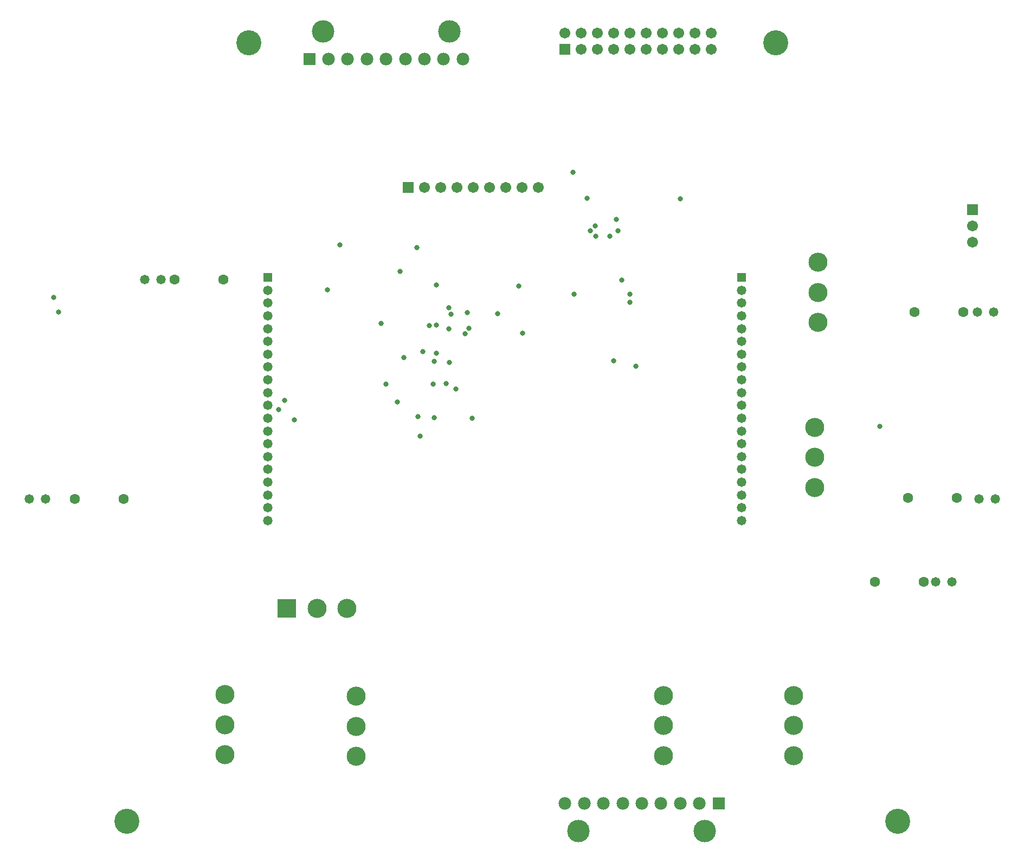
<source format=gbs>
G04*
G04 #@! TF.GenerationSoftware,Altium Limited,Altium Designer,19.1.5 (86)*
G04*
G04 Layer_Color=16711935*
%FSLAX24Y24*%
%MOIN*%
G70*
G01*
G75*
%ADD37C,0.1173*%
%ADD38R,0.0671X0.0671*%
%ADD39C,0.0671*%
%ADD40R,0.1173X0.1173*%
%ADD41C,0.0580*%
%ADD42R,0.0580X0.0580*%
%ADD43R,0.0780X0.0780*%
%ADD44C,0.0780*%
%ADD45C,0.1380*%
%ADD46C,0.1540*%
%ADD47R,0.0671X0.0671*%
%ADD48C,0.0631*%
%ADD49C,0.0330*%
D37*
X44800Y26750D02*
D03*
Y24900D02*
D03*
Y23050D02*
D03*
X45000Y36900D02*
D03*
Y35050D02*
D03*
Y33200D02*
D03*
X16050Y15600D02*
D03*
X14200D02*
D03*
X35500Y10251D02*
D03*
Y8400D02*
D03*
Y6550D02*
D03*
X43500Y10250D02*
D03*
Y8400D02*
D03*
Y6550D02*
D03*
X16600Y6500D02*
D03*
Y8350D02*
D03*
Y10200D02*
D03*
X8550Y6600D02*
D03*
Y8450D02*
D03*
Y10301D02*
D03*
D38*
X54500Y40150D02*
D03*
D39*
Y39150D02*
D03*
Y38150D02*
D03*
X21800Y41500D02*
D03*
X22800D02*
D03*
X23800D02*
D03*
X24800D02*
D03*
X25800D02*
D03*
X26800D02*
D03*
X27800D02*
D03*
X20800D02*
D03*
X38450Y51000D02*
D03*
X37450D02*
D03*
X36450D02*
D03*
X35450D02*
D03*
X34450D02*
D03*
X33450D02*
D03*
X32450D02*
D03*
X31450D02*
D03*
X30450D02*
D03*
X29450D02*
D03*
X38450Y50000D02*
D03*
X37450D02*
D03*
X36450D02*
D03*
X35450D02*
D03*
X34450D02*
D03*
X33450D02*
D03*
X32450D02*
D03*
X31450D02*
D03*
X30450D02*
D03*
D40*
X12350Y15600D02*
D03*
D41*
X11180Y30462D02*
D03*
Y32037D02*
D03*
Y34399D02*
D03*
Y33611D02*
D03*
Y32824D02*
D03*
Y31249D02*
D03*
Y35186D02*
D03*
Y29674D02*
D03*
Y28887D02*
D03*
Y23375D02*
D03*
Y24950D02*
D03*
Y26525D02*
D03*
Y25737D02*
D03*
Y24163D02*
D03*
Y28100D02*
D03*
Y22588D02*
D03*
Y21800D02*
D03*
Y27312D02*
D03*
Y21013D02*
D03*
X40314Y30462D02*
D03*
Y32037D02*
D03*
Y34399D02*
D03*
Y33611D02*
D03*
Y32824D02*
D03*
Y31249D02*
D03*
Y35186D02*
D03*
Y29674D02*
D03*
Y28887D02*
D03*
Y23375D02*
D03*
Y24950D02*
D03*
Y26525D02*
D03*
Y25737D02*
D03*
Y24163D02*
D03*
Y28100D02*
D03*
Y22588D02*
D03*
Y21800D02*
D03*
Y27312D02*
D03*
Y21013D02*
D03*
X53250Y17250D02*
D03*
X52250D02*
D03*
X55900Y22350D02*
D03*
X54900D02*
D03*
X55800Y33850D02*
D03*
X54800D02*
D03*
X-3500Y22350D02*
D03*
X-2500D02*
D03*
X3606Y35850D02*
D03*
X4606D02*
D03*
D42*
X11180Y35974D02*
D03*
X40314D02*
D03*
D43*
X38895Y3600D02*
D03*
X13730Y49400D02*
D03*
D44*
X37715Y3600D02*
D03*
X36535D02*
D03*
X35355D02*
D03*
X34175D02*
D03*
X32995D02*
D03*
X31815D02*
D03*
X30635D02*
D03*
X29455D02*
D03*
X14910Y49400D02*
D03*
X16090D02*
D03*
X17270D02*
D03*
X18450D02*
D03*
X19630D02*
D03*
X20810D02*
D03*
X21990D02*
D03*
X23170D02*
D03*
D45*
X38045Y1900D02*
D03*
X30285D02*
D03*
X14580Y51100D02*
D03*
X22340D02*
D03*
D46*
X2500Y2500D02*
D03*
X49900D02*
D03*
X42400Y50400D02*
D03*
X10000D02*
D03*
D47*
X19800Y41500D02*
D03*
X29450Y50000D02*
D03*
D48*
X8450Y35850D02*
D03*
X5450D02*
D03*
X48500Y17250D02*
D03*
X51500D02*
D03*
X53550Y22400D02*
D03*
X50550D02*
D03*
X-700Y22350D02*
D03*
X2300D02*
D03*
X50950Y33850D02*
D03*
X53950D02*
D03*
D49*
X22750Y29100D02*
D03*
X19300Y36350D02*
D03*
X18150Y33150D02*
D03*
X19150Y28300D02*
D03*
X26850Y32550D02*
D03*
X30000Y34950D02*
D03*
X32950Y35800D02*
D03*
X33450Y34450D02*
D03*
Y34950D02*
D03*
X23300Y32500D02*
D03*
X22450Y33700D02*
D03*
X21400Y30800D02*
D03*
X22350Y30750D02*
D03*
X12800Y27200D02*
D03*
X12200Y28400D02*
D03*
X11850Y27850D02*
D03*
X48800Y26801D02*
D03*
X-1700Y33850D02*
D03*
X-2000Y34750D02*
D03*
X32700Y38850D02*
D03*
X32600Y39550D02*
D03*
X32200Y38500D02*
D03*
X22300Y32800D02*
D03*
X20700Y31400D02*
D03*
X21550Y35500D02*
D03*
X21100Y33000D02*
D03*
X33800Y30500D02*
D03*
X25300Y33750D02*
D03*
X26600Y35450D02*
D03*
X20400Y27400D02*
D03*
X19550Y31050D02*
D03*
X22300Y34100D02*
D03*
X20350Y37800D02*
D03*
X14850Y35200D02*
D03*
X15605Y37995D02*
D03*
X21350Y29400D02*
D03*
X21400Y27350D02*
D03*
X20550Y26200D02*
D03*
X18450Y29400D02*
D03*
X21550Y31300D02*
D03*
X23750Y27300D02*
D03*
X21550Y33050D02*
D03*
X32450Y30850D02*
D03*
X23550Y32850D02*
D03*
X31000Y38850D02*
D03*
X31350Y38500D02*
D03*
X36550Y40800D02*
D03*
X30800Y40850D02*
D03*
X31300Y39150D02*
D03*
X23450Y33800D02*
D03*
X22150Y29450D02*
D03*
X29950Y42450D02*
D03*
M02*

</source>
